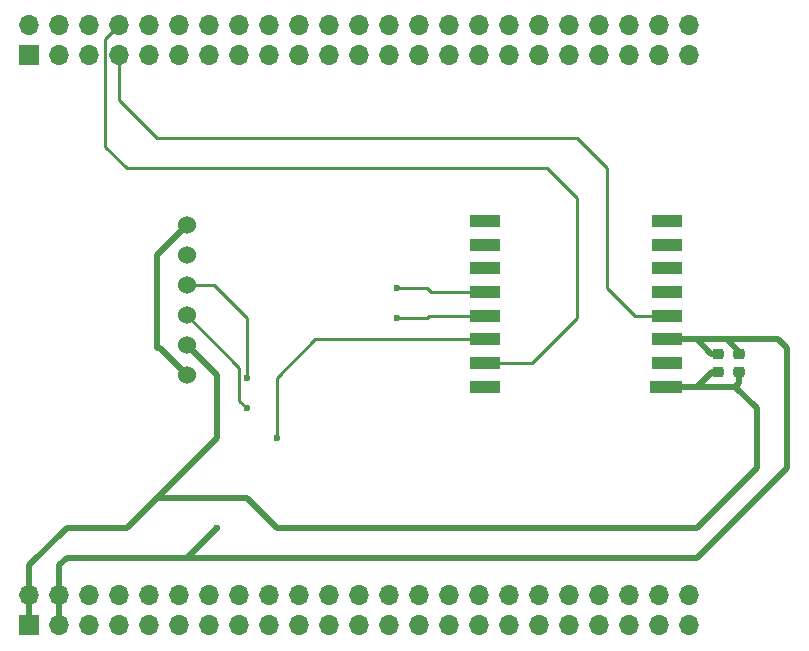
<source format=gbr>
%TF.GenerationSoftware,KiCad,Pcbnew,7.0.9*%
%TF.CreationDate,2024-01-08T18:42:38+01:00*%
%TF.ProjectId,BeaglebonePCBma_yC,42656167-6c65-4626-9f6e-655043426d61,rev?*%
%TF.SameCoordinates,Original*%
%TF.FileFunction,Copper,L1,Top*%
%TF.FilePolarity,Positive*%
%FSLAX46Y46*%
G04 Gerber Fmt 4.6, Leading zero omitted, Abs format (unit mm)*
G04 Created by KiCad (PCBNEW 7.0.9) date 2024-01-08 18:42:38*
%MOMM*%
%LPD*%
G01*
G04 APERTURE LIST*
G04 Aperture macros list*
%AMRoundRect*
0 Rectangle with rounded corners*
0 $1 Rounding radius*
0 $2 $3 $4 $5 $6 $7 $8 $9 X,Y pos of 4 corners*
0 Add a 4 corners polygon primitive as box body*
4,1,4,$2,$3,$4,$5,$6,$7,$8,$9,$2,$3,0*
0 Add four circle primitives for the rounded corners*
1,1,$1+$1,$2,$3*
1,1,$1+$1,$4,$5*
1,1,$1+$1,$6,$7*
1,1,$1+$1,$8,$9*
0 Add four rect primitives between the rounded corners*
20,1,$1+$1,$2,$3,$4,$5,0*
20,1,$1+$1,$4,$5,$6,$7,0*
20,1,$1+$1,$6,$7,$8,$9,0*
20,1,$1+$1,$8,$9,$2,$3,0*%
G04 Aperture macros list end*
%TA.AperFunction,ComponentPad*%
%ADD10R,1.700000X1.700000*%
%TD*%
%TA.AperFunction,ComponentPad*%
%ADD11O,1.700000X1.700000*%
%TD*%
%TA.AperFunction,SMDPad,CuDef*%
%ADD12RoundRect,0.225000X-0.250000X0.225000X-0.250000X-0.225000X0.250000X-0.225000X0.250000X0.225000X0*%
%TD*%
%TA.AperFunction,SMDPad,CuDef*%
%ADD13R,2.800000X1.100000*%
%TD*%
%TA.AperFunction,SMDPad,CuDef*%
%ADD14R,2.600000X1.100000*%
%TD*%
%TA.AperFunction,ComponentPad*%
%ADD15C,1.524000*%
%TD*%
%TA.AperFunction,ViaPad*%
%ADD16C,0.600000*%
%TD*%
%TA.AperFunction,Conductor*%
%ADD17C,0.250000*%
%TD*%
%TA.AperFunction,Conductor*%
%ADD18C,0.500000*%
%TD*%
G04 APERTURE END LIST*
D10*
%TO.P,P8,1,Pin_1*%
%TO.N,GNDD*%
X119685000Y-49835000D03*
D11*
%TO.P,P8,2,Pin_2*%
X119685000Y-47295000D03*
%TO.P,P8,3,Pin_3*%
%TO.N,/MMC1.DAT6*%
X122225000Y-49835000D03*
%TO.P,P8,4,Pin_4*%
%TO.N,/MMC1.DAT7*%
X122225000Y-47295000D03*
%TO.P,P8,5,Pin_5*%
%TO.N,/MMC1.DAT2*%
X124765000Y-49835000D03*
%TO.P,P8,6,Pin_6*%
%TO.N,/MMC1.DAT3*%
X124765000Y-47295000D03*
%TO.P,P8,7,Pin_7*%
%TO.N,/GPIO66*%
X127305000Y-49835000D03*
%TO.P,P8,8,Pin_8*%
%TO.N,/GPIO67*%
X127305000Y-47295000D03*
%TO.P,P8,9,Pin_9*%
%TO.N,/GPIO69*%
X129845000Y-49835000D03*
%TO.P,P8,10,Pin_10*%
%TO.N,/GPIO68*%
X129845000Y-47295000D03*
%TO.P,P8,11,Pin_11*%
%TO.N,/GPIO45*%
X132385000Y-49835000D03*
%TO.P,P8,12,Pin_12*%
%TO.N,/GPIO44*%
X132385000Y-47295000D03*
%TO.P,P8,13,Pin_13*%
%TO.N,/GPIO23*%
X134925000Y-49835000D03*
%TO.P,P8,14,Pin_14*%
%TO.N,/GPIO26*%
X134925000Y-47295000D03*
%TO.P,P8,15,Pin_15*%
%TO.N,/GPIO47*%
X137465000Y-49835000D03*
%TO.P,P8,16,Pin_16*%
%TO.N,/GPIO46*%
X137465000Y-47295000D03*
%TO.P,P8,17,Pin_17*%
%TO.N,/GPIO27*%
X140005000Y-49835000D03*
%TO.P,P8,18,Pin_18*%
%TO.N,/GPIO65*%
X140005000Y-47295000D03*
%TO.P,P8,19,Pin_19*%
%TO.N,/GPIO22*%
X142545000Y-49835000D03*
%TO.P,P8,20,Pin_20*%
%TO.N,/MMC1.CMD*%
X142545000Y-47295000D03*
%TO.P,P8,21,Pin_21*%
%TO.N,/MMC1.CLK*%
X145085000Y-49835000D03*
%TO.P,P8,22,Pin_22*%
%TO.N,/MMC1.DAT5*%
X145085000Y-47295000D03*
%TO.P,P8,23,Pin_23*%
%TO.N,/MMC1.DAT4*%
X147625000Y-49835000D03*
%TO.P,P8,24,Pin_24*%
%TO.N,/MMC1.DAT1*%
X147625000Y-47295000D03*
%TO.P,P8,25,Pin_25*%
%TO.N,/MMC1.DAT0*%
X150165000Y-49835000D03*
%TO.P,P8,26,Pin_26*%
%TO.N,/LCD.PCLK*%
X150165000Y-47295000D03*
%TO.P,P8,27,Pin_27*%
%TO.N,/LCD.VSYNC*%
X152705000Y-49835000D03*
%TO.P,P8,28,Pin_28*%
%TO.N,/GPIO61*%
X152705000Y-47295000D03*
%TO.P,P8,29,Pin_29*%
%TO.N,/LCD.HSYNC*%
X155245000Y-49835000D03*
%TO.P,P8,30,Pin_30*%
%TO.N,/LCD.AC_BIAS_E*%
X155245000Y-47295000D03*
%TO.P,P8,31,Pin_31*%
%TO.N,/LCD.DATA14*%
X157785000Y-49835000D03*
%TO.P,P8,32,Pin_32*%
%TO.N,/LCD.DATA15*%
X157785000Y-47295000D03*
%TO.P,P8,33,Pin_33*%
%TO.N,/LCD.DATA13*%
X160325000Y-49835000D03*
%TO.P,P8,34,Pin_34*%
%TO.N,/LCD.DATA11*%
X160325000Y-47295000D03*
%TO.P,P8,35,Pin_35*%
%TO.N,/LCD.DATA8*%
X162865000Y-49835000D03*
%TO.P,P8,36,Pin_36*%
%TO.N,/LCD.DATA10*%
X162865000Y-47295000D03*
%TO.P,P8,37,Pin_37*%
%TO.N,/LCD.DATA6*%
X165405000Y-49835000D03*
%TO.P,P8,38,Pin_38*%
%TO.N,/LCD.DATA9*%
X165405000Y-47295000D03*
%TO.P,P8,39,Pin_39*%
%TO.N,/LCD.DATA4*%
X167945000Y-49835000D03*
%TO.P,P8,40,Pin_40*%
%TO.N,/LCD.DATA7*%
X167945000Y-47295000D03*
%TO.P,P8,41,Pin_41*%
%TO.N,/LCD.DATA2*%
X170485000Y-49835000D03*
%TO.P,P8,42,Pin_42*%
%TO.N,/LCD.DATA5*%
X170485000Y-47295000D03*
%TO.P,P8,43,Pin_43*%
%TO.N,/LCD.DATA0*%
X173025000Y-49835000D03*
%TO.P,P8,44,Pin_44*%
%TO.N,/LCD.DATA3*%
X173025000Y-47295000D03*
%TO.P,P8,45,Pin_45*%
%TO.N,GNDD*%
X175565000Y-49835000D03*
%TO.P,P8,46,Pin_46*%
%TO.N,/LCD.DATA1*%
X175565000Y-47295000D03*
%TD*%
D10*
%TO.P,P9,1,Pin_1*%
%TO.N,GNDD*%
X119685000Y-98095000D03*
D11*
%TO.P,P9,2,Pin_2*%
X119685000Y-95555000D03*
%TO.P,P9,3,Pin_3*%
%TO.N,+3V3*%
X122225000Y-98095000D03*
%TO.P,P9,4,Pin_4*%
X122225000Y-95555000D03*
%TO.P,P9,5,Pin_5*%
%TO.N,+5V*%
X124765000Y-98095000D03*
%TO.P,P9,6,Pin_6*%
X124765000Y-95555000D03*
%TO.P,P9,7,Pin_7*%
%TO.N,VBUS*%
X127305000Y-98095000D03*
%TO.P,P9,8,Pin_8*%
X127305000Y-95555000D03*
%TO.P,P9,9,Pin_9*%
%TO.N,/PWR_BUT*%
X129845000Y-98095000D03*
%TO.P,P9,10,Pin_10*%
%TO.N,/~{SYS_RESET}*%
X129845000Y-95555000D03*
%TO.P,P9,11,Pin_11*%
%TO.N,/GPIO30*%
X132385000Y-98095000D03*
%TO.P,P9,12,Pin_12*%
%TO.N,/GPIO60*%
X132385000Y-95555000D03*
%TO.P,P9,13,Pin_13*%
%TO.N,/GPIO31*%
X134925000Y-98095000D03*
%TO.P,P9,14,Pin_14*%
%TO.N,/GPIO40*%
X134925000Y-95555000D03*
%TO.P,P9,15,Pin_15*%
%TO.N,/GPIO48*%
X137465000Y-98095000D03*
%TO.P,P9,16,Pin_16*%
%TO.N,/GPIO51*%
X137465000Y-95555000D03*
%TO.P,P9,17,Pin_17*%
%TO.N,/GPIO4*%
X140005000Y-98095000D03*
%TO.P,P9,18,Pin_18*%
%TO.N,/GPIO5*%
X140005000Y-95555000D03*
%TO.P,P9,19,Pin_19*%
%TO.N,/I2C2.SCL*%
X142545000Y-98095000D03*
%TO.P,P9,20,Pin_20*%
%TO.N,/I2C2.SDA*%
X142545000Y-95555000D03*
%TO.P,P9,21,Pin_21*%
%TO.N,/GPIO3*%
X145085000Y-98095000D03*
%TO.P,P9,22,Pin_22*%
%TO.N,/GPIO2*%
X145085000Y-95555000D03*
%TO.P,P9,23,Pin_23*%
%TO.N,/GPIO49*%
X147625000Y-98095000D03*
%TO.P,P9,24,Pin_24*%
%TO.N,/GPIO15*%
X147625000Y-95555000D03*
%TO.P,P9,25,Pin_25*%
%TO.N,/GPIO117*%
X150165000Y-98095000D03*
%TO.P,P9,26,Pin_26*%
%TO.N,/GPIO14*%
X150165000Y-95555000D03*
%TO.P,P9,27,Pin_27*%
%TO.N,/GPIO125*%
X152705000Y-98095000D03*
%TO.P,P9,28,Pin_28*%
%TO.N,/SPI1.CS0*%
X152705000Y-95555000D03*
%TO.P,P9,29,Pin_29*%
%TO.N,/SPI1.D0*%
X155245000Y-98095000D03*
%TO.P,P9,30,Pin_30*%
%TO.N,/GPIO122*%
X155245000Y-95555000D03*
%TO.P,P9,31,Pin_31*%
%TO.N,/SPI1.SCLK*%
X157785000Y-98095000D03*
%TO.P,P9,32,Pin_32*%
%TO.N,+1V8*%
X157785000Y-95555000D03*
%TO.P,P9,33,Pin_33*%
%TO.N,/AIN4*%
X160325000Y-98095000D03*
%TO.P,P9,34,Pin_34*%
%TO.N,GNDA*%
X160325000Y-95555000D03*
%TO.P,P9,35,Pin_35*%
%TO.N,/AIN6*%
X162865000Y-98095000D03*
%TO.P,P9,36,Pin_36*%
%TO.N,/AIN5*%
X162865000Y-95555000D03*
%TO.P,P9,37,Pin_37*%
%TO.N,/AIN2*%
X165405000Y-98095000D03*
%TO.P,P9,38,Pin_38*%
%TO.N,/AIN3*%
X165405000Y-95555000D03*
%TO.P,P9,39,Pin_39*%
%TO.N,/AIN0*%
X167945000Y-98095000D03*
%TO.P,P9,40,Pin_40*%
%TO.N,/AIN1*%
X167945000Y-95555000D03*
%TO.P,P9,41,Pin_41*%
%TO.N,/GPIO20*%
X170485000Y-98095000D03*
%TO.P,P9,42,Pin_42*%
%TO.N,/GPIO7*%
X170485000Y-95555000D03*
%TO.P,P9,43,Pin_43*%
%TO.N,GNDD*%
X173025000Y-98095000D03*
%TO.P,P9,44,Pin_44*%
X173025000Y-95555000D03*
%TO.P,P9,45,Pin_45*%
X175565000Y-98095000D03*
%TO.P,P9,46,Pin_46*%
X175565000Y-95555000D03*
%TD*%
D12*
%TO.P,C1,1*%
%TO.N,+3V3*%
X178000000Y-75075000D03*
%TO.P,C1,2*%
%TO.N,GNDD*%
X178000000Y-76625000D03*
%TD*%
D13*
%TO.P,U1,1,GND*%
%TO.N,GNDD*%
X173560000Y-77870000D03*
D14*
%TO.P,U1,2,GND*%
X173660000Y-75870000D03*
%TO.P,U1,3,3.3V*%
%TO.N,+3V3*%
X173660000Y-73870000D03*
%TO.P,U1,4,RESET*%
%TO.N,/GPIO66*%
X173660000Y-71870000D03*
%TO.P,U1,5,DI00*%
%TO.N,unconnected-(U1-DI00-Pad5)*%
X173660000Y-69870000D03*
%TO.P,U1,6,DI01*%
%TO.N,unconnected-(U1-DI01-Pad6)*%
X173660000Y-67870000D03*
%TO.P,U1,7,DI02*%
%TO.N,unconnected-(U1-DI02-Pad7)*%
X173660000Y-65870000D03*
%TO.P,U1,8,DI03*%
%TO.N,unconnected-(U1-DI03-Pad8)*%
X173660000Y-63870000D03*
%TO.P,U1,9,GND*%
%TO.N,GNDD*%
X158260000Y-63870000D03*
%TO.P,U1,10,DI04*%
%TO.N,unconnected-(U1-DI04-Pad10)*%
X158260000Y-65870000D03*
%TO.P,U1,11,DI05*%
%TO.N,unconnected-(U1-DI05-Pad11)*%
X158260000Y-67870000D03*
%TO.P,U1,12,SCK*%
%TO.N,/GPIO2*%
X158260000Y-69870000D03*
%TO.P,U1,13,MISO*%
%TO.N,/GPIO3*%
X158260000Y-71870000D03*
%TO.P,U1,14,MOSI*%
%TO.N,/GPIO4*%
X158260000Y-73870000D03*
%TO.P,U1,15,NSS*%
%TO.N,/GPIO67*%
X158260000Y-75870000D03*
%TO.P,U1,16,GND*%
%TO.N,GNDD*%
X158260000Y-77870000D03*
%TD*%
D12*
%TO.P,C2,1*%
%TO.N,+3V3*%
X179800000Y-75075000D03*
%TO.P,C2,2*%
%TO.N,GNDD*%
X179800000Y-76625000D03*
%TD*%
D15*
%TO.P,U2,1,VCC*%
%TO.N,+3V3*%
X133020000Y-76886000D03*
%TO.P,U2,2,GND*%
%TO.N,GNDD*%
X133020000Y-74346000D03*
%TO.P,U2,3,SCL*%
%TO.N,/I2C2.SCL*%
X133020000Y-71806000D03*
%TO.P,U2,4,SDA*%
%TO.N,/I2C2.SDA*%
X133020000Y-69266000D03*
%TO.P,U2,5,CSB*%
%TO.N,unconnected-(U2-CSB-Pad5)*%
X133020000Y-66726000D03*
%TO.P,U2,6,SDO*%
%TO.N,+3V3*%
X133020000Y-64186000D03*
%TD*%
D16*
%TO.N,/I2C2.SDA*%
X138100000Y-77140000D03*
%TO.N,/I2C2.SCL*%
X138100000Y-79680000D03*
%TO.N,+3V3*%
X135560000Y-89840000D03*
%TO.N,/GPIO4*%
X140640000Y-82220000D03*
%TO.N,/GPIO3*%
X150800000Y-72060000D03*
%TO.N,/GPIO2*%
X150800000Y-69520000D03*
%TD*%
D17*
%TO.N,/GPIO66*%
X130480000Y-56820000D02*
X127305000Y-53645000D01*
X168580000Y-69520000D02*
X168580000Y-59360000D01*
X166040000Y-56820000D02*
X130480000Y-56820000D01*
X168580000Y-59360000D02*
X166040000Y-56820000D01*
X170930000Y-71870000D02*
X168580000Y-69520000D01*
X173660000Y-71870000D02*
X170930000Y-71870000D01*
X127305000Y-53645000D02*
X127305000Y-49835000D01*
%TO.N,/GPIO67*%
X126130000Y-57550000D02*
X126130000Y-48470000D01*
X166040000Y-72060000D02*
X166040000Y-61900000D01*
X127940000Y-59360000D02*
X126130000Y-57550000D01*
X126130000Y-48470000D02*
X127305000Y-47295000D01*
X158260000Y-75870000D02*
X162230000Y-75870000D01*
X163500000Y-59360000D02*
X127940000Y-59360000D01*
X166040000Y-61900000D02*
X163500000Y-59360000D01*
X162230000Y-75870000D02*
X166040000Y-72060000D01*
%TO.N,/I2C2.SDA*%
X138100000Y-72060000D02*
X138100000Y-77140000D01*
X135306000Y-69266000D02*
X138100000Y-72060000D01*
X133020000Y-69266000D02*
X135306000Y-69266000D01*
%TO.N,/I2C2.SCL*%
X137475000Y-76261000D02*
X137475000Y-79055000D01*
X133020000Y-71806000D02*
X137475000Y-76261000D01*
X137475000Y-79055000D02*
X138100000Y-79680000D01*
D18*
%TO.N,GNDD*%
X130480000Y-87300000D02*
X127940000Y-89840000D01*
X181280000Y-79680000D02*
X181280000Y-84760000D01*
X140640000Y-89840000D02*
X138100000Y-87300000D01*
X179470000Y-77870000D02*
X176200000Y-77870000D01*
X130480000Y-87300000D02*
X135560000Y-82220000D01*
X176200000Y-77870000D02*
X173560000Y-77870000D01*
X135560000Y-76886000D02*
X133020000Y-74346000D01*
X122860000Y-89840000D02*
X119685000Y-93015000D01*
X135560000Y-82220000D02*
X135560000Y-76886000D01*
X179800000Y-76625000D02*
X179800000Y-77540000D01*
X176200000Y-89840000D02*
X140640000Y-89840000D01*
X181280000Y-84760000D02*
X176200000Y-89840000D01*
X178000000Y-76625000D02*
X177445000Y-76625000D01*
X179470000Y-77870000D02*
X181280000Y-79680000D01*
X177445000Y-76625000D02*
X176200000Y-77870000D01*
X119685000Y-93015000D02*
X119685000Y-98095000D01*
X138100000Y-87300000D02*
X130480000Y-87300000D01*
X179800000Y-77540000D02*
X179470000Y-77870000D01*
X127940000Y-89840000D02*
X122860000Y-89840000D01*
%TO.N,+3V3*%
X130480000Y-66726000D02*
X133020000Y-64186000D01*
X176200000Y-92380000D02*
X133020000Y-92380000D01*
X178740000Y-73870000D02*
X176200000Y-73870000D01*
X183090000Y-73870000D02*
X183820000Y-74600000D01*
X133020000Y-92380000D02*
X135560000Y-89840000D01*
X176200000Y-73870000D02*
X173660000Y-73870000D01*
X133020000Y-76886000D02*
X130734000Y-74600000D01*
X183090000Y-73870000D02*
X178740000Y-73870000D01*
X122225000Y-93015000D02*
X122225000Y-98095000D01*
X179800000Y-75075000D02*
X179800000Y-74930000D01*
X133020000Y-92380000D02*
X122860000Y-92380000D01*
X130480000Y-74600000D02*
X130480000Y-66726000D01*
X179800000Y-74930000D02*
X178740000Y-73870000D01*
X178000000Y-75075000D02*
X177405000Y-75075000D01*
X183820000Y-74600000D02*
X183820000Y-84760000D01*
X130734000Y-74600000D02*
X130480000Y-74600000D01*
X177405000Y-75075000D02*
X176200000Y-73870000D01*
X122860000Y-92380000D02*
X122225000Y-93015000D01*
X183820000Y-84760000D02*
X176200000Y-92380000D01*
D17*
%TO.N,/GPIO4*%
X140640000Y-77140000D02*
X140640000Y-82220000D01*
X143910000Y-73870000D02*
X140640000Y-77140000D01*
X158260000Y-73870000D02*
X143910000Y-73870000D01*
%TO.N,/GPIO3*%
X153530000Y-71870000D02*
X153340000Y-72060000D01*
X153340000Y-72060000D02*
X150800000Y-72060000D01*
X158260000Y-71870000D02*
X153530000Y-71870000D01*
%TO.N,/GPIO2*%
X158260000Y-69870000D02*
X153690000Y-69870000D01*
X153340000Y-69520000D02*
X150800000Y-69520000D01*
X153690000Y-69870000D02*
X153340000Y-69520000D01*
%TD*%
M02*

</source>
